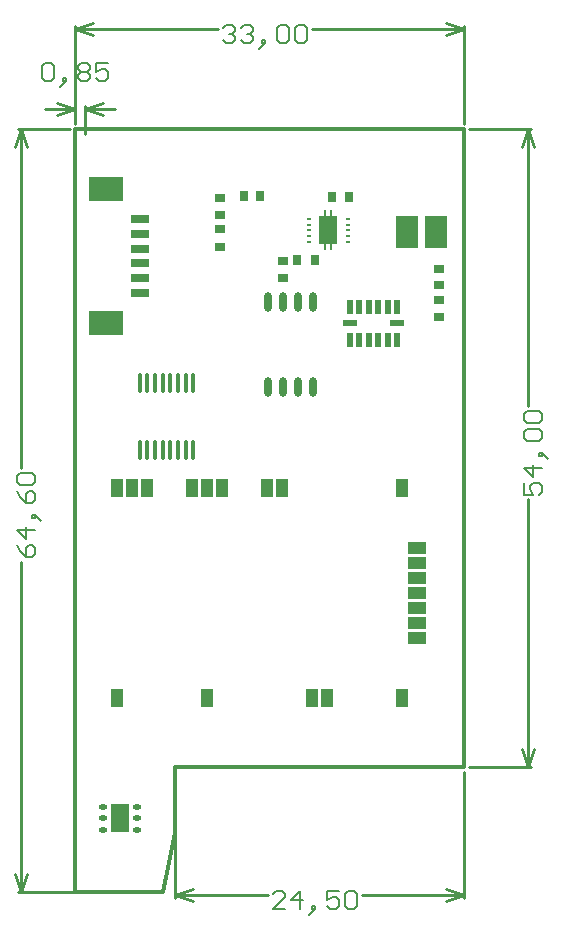
<source format=gbp>
%FSLAX25Y25*%
%MOIN*%
G70*
G01*
G75*
G04 Layer_Color=128*
%ADD10R,0.02756X0.03543*%
%ADD11R,0.06693X0.09449*%
%ADD12O,0.06693X0.01181*%
%ADD13O,0.06890X0.02165*%
%ADD14O,0.02165X0.06890*%
%ADD15R,0.15748X0.15748*%
%ADD16R,0.07874X0.15748*%
%ADD17R,0.03543X0.02756*%
%ADD18R,0.01575X0.05315*%
%ADD19R,0.05512X0.05512*%
%ADD20R,0.04724X0.03543*%
%ADD21R,0.05000X0.05000*%
%ADD22R,0.03937X0.05512*%
%ADD23R,0.03150X0.03543*%
%ADD24R,0.04331X0.06693*%
%ADD25R,0.03543X0.03150*%
%ADD26R,0.09449X0.06693*%
%ADD27C,0.01575*%
%ADD28C,0.01181*%
%ADD29C,0.01378*%
%ADD30C,0.00984*%
%ADD31C,0.01000*%
%ADD32C,0.00600*%
%ADD33C,0.07874*%
%ADD34O,0.05906X0.07874*%
%ADD35O,0.03937X0.06693*%
%ADD36R,0.05906X0.05906*%
%ADD37C,0.05906*%
%ADD38C,0.12598*%
%ADD39R,0.04724X0.15748*%
%ADD40C,0.03150*%
%ADD41C,0.01969*%
%ADD42C,0.04724*%
%ADD43O,0.01378X0.06693*%
%ADD44O,0.02756X0.01772*%
%ADD45R,0.05906X0.09449*%
%ADD46R,0.07677X0.10827*%
%ADD47R,0.11811X0.08268*%
%ADD48R,0.06299X0.03150*%
%ADD49O,0.02362X0.06693*%
%ADD50R,0.05001X0.01969*%
%ADD51R,0.01969X0.04801*%
%ADD52O,0.01969X0.00984*%
%ADD53O,0.00984X0.03937*%
%ADD54R,0.06496X0.09449*%
%ADD55R,0.04000X0.06000*%
%ADD56R,0.06000X0.04000*%
%ADD57C,0.03150*%
%ADD58C,0.02362*%
%ADD59C,0.00787*%
%ADD60C,0.00394*%
%ADD61C,0.00800*%
%ADD62C,0.00591*%
%ADD63R,0.03556X0.04343*%
%ADD64R,0.07493X0.10249*%
%ADD65O,0.07493X0.01981*%
%ADD66O,0.07284X0.02559*%
%ADD67O,0.02559X0.07284*%
%ADD68R,0.16548X0.16548*%
%ADD69R,0.08674X0.16548*%
%ADD70R,0.04343X0.03556*%
%ADD71R,0.01969X0.05709*%
%ADD72R,0.06312X0.06312*%
%ADD73R,0.05524X0.04343*%
%ADD74R,0.05800X0.05800*%
%ADD75R,0.04737X0.06312*%
%ADD76R,0.03950X0.04343*%
%ADD77R,0.05131X0.07493*%
%ADD78R,0.04343X0.03950*%
%ADD79R,0.10249X0.07493*%
%ADD80C,0.08674*%
%ADD81O,0.06706X0.08674*%
%ADD82O,0.04737X0.07493*%
%ADD83R,0.06706X0.06706*%
%ADD84C,0.06706*%
%ADD85C,0.13398*%
%ADD86R,0.05524X0.16548*%
%ADD87C,0.03950*%
%ADD88C,0.02769*%
%ADD89C,0.05524*%
D10*
X109547Y242000D02*
D03*
X115453D02*
D03*
D17*
X157000Y228953D02*
D03*
Y223047D02*
D03*
X105000Y236047D02*
D03*
Y241953D02*
D03*
X84000Y246547D02*
D03*
Y252453D02*
D03*
Y257047D02*
D03*
Y262953D02*
D03*
D23*
X97256Y263500D02*
D03*
X91744D02*
D03*
X121244Y263000D02*
D03*
X126756D02*
D03*
D25*
X157000Y233744D02*
D03*
Y239256D02*
D03*
D28*
X68898Y51181D02*
Y73228D01*
X165354D01*
X64961Y31496D02*
X68898Y51181D01*
X35433Y31496D02*
Y285827D01*
X165354D01*
Y73228D02*
Y285827D01*
X35433Y31496D02*
X64961D01*
D31*
X165354Y287417D02*
Y320000D01*
X35433Y287417D02*
Y320000D01*
X114389Y319000D02*
X165354D01*
X35433D02*
X83198D01*
X159354Y321000D02*
X165354Y319000D01*
X159354Y317000D02*
X165354Y319000D01*
X35433D02*
X41433Y317000D01*
X35433Y319000D02*
X41433Y321000D01*
X166945Y73228D02*
X187500D01*
X166945Y285827D02*
X187500D01*
X186500Y73228D02*
Y162332D01*
Y193523D02*
Y285827D01*
Y73228D02*
X188500Y79228D01*
X184500D02*
X186500Y73228D01*
X184500Y279827D02*
X186500Y285827D01*
X188500Y279827D01*
X16500Y31496D02*
X63370D01*
X16500Y285827D02*
X33843D01*
X17500Y31496D02*
Y141466D01*
Y172657D02*
Y285827D01*
Y31496D02*
X19500Y37496D01*
X15500D02*
X17500Y31496D01*
X15500Y279827D02*
X17500Y285827D01*
X19500Y279827D01*
X165354Y29500D02*
Y71638D01*
X68898Y29500D02*
Y71638D01*
X131122Y30500D02*
X165354D01*
X68898D02*
X99931D01*
X159354Y32500D02*
X165354Y30500D01*
X159354Y28500D02*
X165354Y30500D01*
X68898D02*
X74898Y28500D01*
X68898Y30500D02*
X74898Y32500D01*
X38780Y284071D02*
Y293500D01*
X35433Y287417D02*
Y293500D01*
X25433Y292500D02*
X35433D01*
X38780D02*
X48779D01*
X29433Y294500D02*
X35433Y292500D01*
X29433Y290500D02*
X35433Y292500D01*
X38780D02*
X44780Y290500D01*
X38780Y292500D02*
X44780Y294500D01*
D32*
X84798Y319400D02*
X85798Y320399D01*
X87797D01*
X88797Y319400D01*
Y318400D01*
X87797Y317400D01*
X86798D01*
X87797D01*
X88797Y316401D01*
Y315401D01*
X87797Y314401D01*
X85798D01*
X84798Y315401D01*
X90796Y319400D02*
X91796Y320399D01*
X93795D01*
X94795Y319400D01*
Y318400D01*
X93795Y317400D01*
X92796D01*
X93795D01*
X94795Y316401D01*
Y315401D01*
X93795Y314401D01*
X91796D01*
X90796Y315401D01*
X97794Y313402D02*
X98794Y314401D01*
Y315401D01*
X97794D01*
Y314401D01*
X98794D01*
X97794Y313402D01*
X96794Y312402D01*
X102792Y319400D02*
X103792Y320399D01*
X105791D01*
X106791Y319400D01*
Y315401D01*
X105791Y314401D01*
X103792D01*
X102792Y315401D01*
Y319400D01*
X108791D02*
X109790Y320399D01*
X111790D01*
X112789Y319400D01*
Y315401D01*
X111790Y314401D01*
X109790D01*
X108791Y315401D01*
Y319400D01*
X185101Y167931D02*
Y163932D01*
X188100D01*
X187100Y165931D01*
Y166931D01*
X188100Y167931D01*
X190099D01*
X191099Y166931D01*
Y164932D01*
X190099Y163932D01*
X191099Y172929D02*
X185101D01*
X188100Y169930D01*
Y173929D01*
X192098Y176928D02*
X191099Y177927D01*
X190099D01*
Y176928D01*
X191099D01*
Y177927D01*
X192098Y176928D01*
X193098Y175928D01*
X186100Y181926D02*
X185101Y182926D01*
Y184925D01*
X186100Y185925D01*
X190099D01*
X191099Y184925D01*
Y182926D01*
X190099Y181926D01*
X186100D01*
Y187924D02*
X185101Y188924D01*
Y190923D01*
X186100Y191923D01*
X190099D01*
X191099Y190923D01*
Y188924D01*
X190099Y187924D01*
X186100D01*
X16101Y147065D02*
X17100Y145065D01*
X19100Y143066D01*
X21099D01*
X22099Y144066D01*
Y146065D01*
X21099Y147065D01*
X20099D01*
X19100Y146065D01*
Y143066D01*
X22099Y152063D02*
X16101D01*
X19100Y149064D01*
Y153063D01*
X23098Y156062D02*
X22099Y157061D01*
X21099D01*
Y156062D01*
X22099D01*
Y157061D01*
X23098Y156062D01*
X24098Y155062D01*
X16101Y165059D02*
X17100Y163059D01*
X19100Y161060D01*
X21099D01*
X22099Y162060D01*
Y164059D01*
X21099Y165059D01*
X20099D01*
X19100Y164059D01*
Y161060D01*
X17100Y167058D02*
X16101Y168058D01*
Y170057D01*
X17100Y171057D01*
X21099D01*
X22099Y170057D01*
Y168058D01*
X21099Y167058D01*
X17100D01*
X105529Y25901D02*
X101531D01*
X105529Y29900D01*
Y30900D01*
X104530Y31899D01*
X102530D01*
X101531Y30900D01*
X110528Y25901D02*
Y31899D01*
X107529Y28900D01*
X111527D01*
X114526Y24902D02*
X115526Y25901D01*
Y26901D01*
X114526D01*
Y25901D01*
X115526D01*
X114526Y24902D01*
X113527Y23902D01*
X123523Y31899D02*
X119525D01*
Y28900D01*
X121524Y29900D01*
X122524D01*
X123523Y28900D01*
Y26901D01*
X122524Y25901D01*
X120524D01*
X119525Y26901D01*
X125523Y30900D02*
X126522Y31899D01*
X128522D01*
X129522Y30900D01*
Y26901D01*
X128522Y25901D01*
X126522D01*
X125523Y26901D01*
Y30900D01*
X24510Y306696D02*
X25510Y307696D01*
X27509D01*
X28509Y306696D01*
Y302697D01*
X27509Y301697D01*
X25510D01*
X24510Y302697D01*
Y306696D01*
X31508Y300698D02*
X32507Y301697D01*
Y302697D01*
X31508D01*
Y301697D01*
X32507D01*
X31508Y300698D01*
X30508Y299698D01*
X36506Y306696D02*
X37506Y307696D01*
X39505D01*
X40505Y306696D01*
Y305696D01*
X39505Y304696D01*
X40505Y303697D01*
Y302697D01*
X39505Y301697D01*
X37506D01*
X36506Y302697D01*
Y303697D01*
X37506Y304696D01*
X36506Y305696D01*
Y306696D01*
X37506Y304696D02*
X39505D01*
X46503Y307696D02*
X42504D01*
Y304696D01*
X44503Y305696D01*
X45503D01*
X46503Y304696D01*
Y302697D01*
X45503Y301697D01*
X43504D01*
X42504Y302697D01*
D43*
X74957Y178779D02*
D03*
X72398D02*
D03*
X69839D02*
D03*
X67279D02*
D03*
X64720D02*
D03*
X62161D02*
D03*
X59602D02*
D03*
X57043D02*
D03*
X74957Y201220D02*
D03*
X72398D02*
D03*
X69839D02*
D03*
X67279D02*
D03*
X64720D02*
D03*
X62161D02*
D03*
X59602D02*
D03*
X57043D02*
D03*
D44*
X44791Y52063D02*
D03*
Y56000D02*
D03*
Y59937D02*
D03*
X56209D02*
D03*
Y56000D02*
D03*
Y52063D02*
D03*
D45*
X50500Y56000D02*
D03*
D46*
X146177Y251500D02*
D03*
X155823D02*
D03*
D47*
X45933Y221158D02*
D03*
Y265843D02*
D03*
D48*
X57350Y231197D02*
D03*
Y236118D02*
D03*
Y241039D02*
D03*
Y245961D02*
D03*
Y250882D02*
D03*
Y255803D02*
D03*
D49*
X115000Y199925D02*
D03*
X110000D02*
D03*
X105000D02*
D03*
X100000D02*
D03*
X115000Y228075D02*
D03*
X110000D02*
D03*
X105000D02*
D03*
X100000D02*
D03*
D50*
X127226Y221000D02*
D03*
X142758D02*
D03*
D51*
X127118Y215403D02*
D03*
X130268D02*
D03*
X133417D02*
D03*
X136567D02*
D03*
X139716D02*
D03*
X142866D02*
D03*
X142866Y226597D02*
D03*
X139716D02*
D03*
X136567D02*
D03*
X133417D02*
D03*
X130268D02*
D03*
X127118D02*
D03*
D52*
X126398Y255937D02*
D03*
Y253969D02*
D03*
Y252000D02*
D03*
Y250031D02*
D03*
Y248063D02*
D03*
X113602D02*
D03*
Y250031D02*
D03*
Y252000D02*
D03*
Y253969D02*
D03*
Y255937D02*
D03*
D53*
X121000Y247000D02*
D03*
X119000D02*
D03*
Y257000D02*
D03*
X121000D02*
D03*
D54*
X120000Y252000D02*
D03*
D55*
X49500Y96000D02*
D03*
X79500D02*
D03*
X114500D02*
D03*
X119500D02*
D03*
X144500D02*
D03*
Y166000D02*
D03*
X104500D02*
D03*
X99500D02*
D03*
X84500D02*
D03*
X79500D02*
D03*
X74500D02*
D03*
X59500D02*
D03*
X54500D02*
D03*
X49500D02*
D03*
D56*
X149500Y116000D02*
D03*
Y121000D02*
D03*
Y126000D02*
D03*
Y131000D02*
D03*
Y136000D02*
D03*
Y141000D02*
D03*
Y146000D02*
D03*
M02*

</source>
